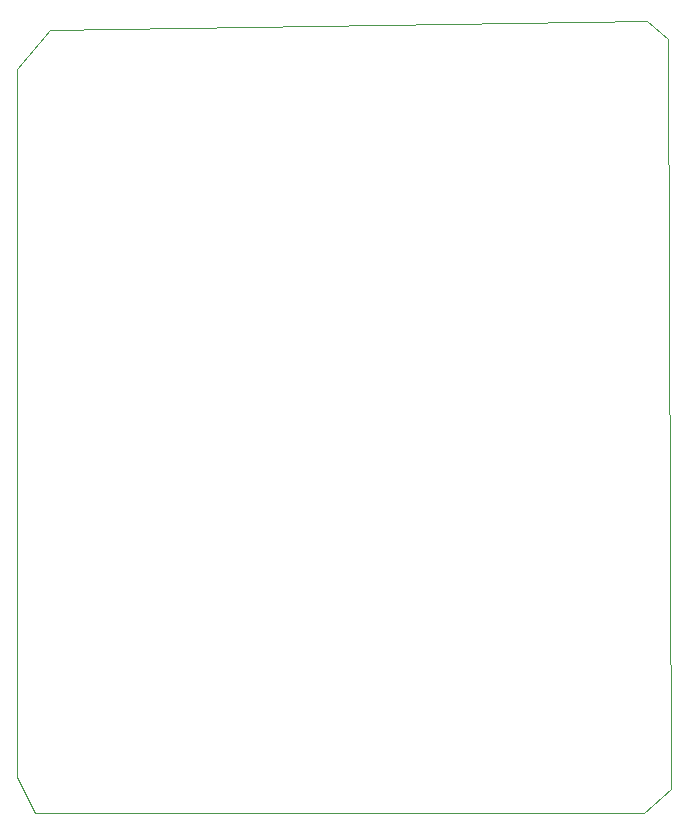
<source format=gbr>
%TF.GenerationSoftware,KiCad,Pcbnew,7.0.8*%
%TF.CreationDate,2023-10-31T15:50:40-07:00*%
%TF.ProjectId,lab 4,6c616220-342e-46b6-9963-61645f706362,rev?*%
%TF.SameCoordinates,Original*%
%TF.FileFunction,Profile,NP*%
%FSLAX46Y46*%
G04 Gerber Fmt 4.6, Leading zero omitted, Abs format (unit mm)*
G04 Created by KiCad (PCBNEW 7.0.8) date 2023-10-31 15:50:40*
%MOMM*%
%LPD*%
G01*
G04 APERTURE LIST*
%TA.AperFunction,Profile*%
%ADD10C,0.100000*%
%TD*%
G04 APERTURE END LIST*
D10*
X125730000Y-98044000D02*
X177292000Y-98044000D01*
X177546000Y-30988000D02*
X127000000Y-31750000D01*
X127000000Y-31750000D02*
X124206000Y-35052000D01*
X124206000Y-35052000D02*
X124206000Y-94996000D01*
X177292000Y-98044000D02*
X179578000Y-96012000D01*
X179578000Y-96012000D02*
X179324000Y-32512000D01*
X179324000Y-32512000D02*
X177546000Y-30988000D01*
X124206000Y-94996000D02*
X125730000Y-98044000D01*
M02*

</source>
